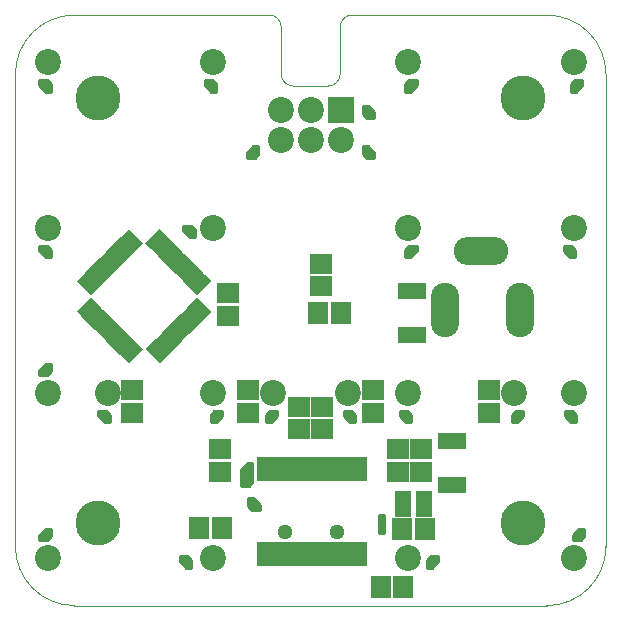
<source format=gbs>
G04 (created by PCBNEW (2013-07-07 BZR 4022)-stable) date 5/17/2016 5:11:25 PM*
%MOIN*%
G04 Gerber Fmt 3.4, Leading zero omitted, Abs format*
%FSLAX34Y34*%
G01*
G70*
G90*
G04 APERTURE LIST*
%ADD10C,0.00393701*%
%ADD11R,0.031748X0.080748*%
%ADD12R,0.074748X0.066948*%
%ADD13R,0.066948X0.074748*%
%ADD14R,0.0866142X0.0866142*%
%ADD15C,0.0866142*%
%ADD16R,0.055748X0.085748*%
%ADD17O,0.0944882X0.181102*%
%ADD18O,0.181102X0.0944882*%
%ADD19C,0.051148*%
%ADD20C,0.149606*%
%ADD21R,0.094448X0.055148*%
%ADD22C,0.00984252*%
G04 APERTURE END LIST*
G54D10*
X49212Y-31496D02*
G75*
G03X47244Y-33464I0J-1968D01*
G74*
G01*
X56102Y-31889D02*
G75*
G03X55708Y-31496I-393J0D01*
G74*
G01*
X56102Y-33464D02*
G75*
G03X56496Y-33858I393J0D01*
G74*
G01*
X57677Y-33858D02*
G75*
G03X58070Y-33464I0J393D01*
G74*
G01*
X58464Y-31496D02*
G75*
G03X58070Y-31889I0J-393D01*
G74*
G01*
X66929Y-33464D02*
G75*
G03X64960Y-31496I-1968J0D01*
G74*
G01*
X64960Y-51181D02*
G75*
G03X66929Y-49212I0J1968D01*
G74*
G01*
X47244Y-49212D02*
G75*
G03X49212Y-51181I1968J0D01*
G74*
G01*
X49212Y-31496D02*
X55708Y-31496D01*
X56102Y-31889D02*
X56102Y-33464D01*
X56496Y-33858D02*
X57677Y-33858D01*
X58070Y-33464D02*
X58070Y-31889D01*
X58464Y-31496D02*
X64960Y-31496D01*
X66929Y-33464D02*
X66929Y-49212D01*
X64960Y-51181D02*
X49212Y-51181D01*
X47244Y-49212D02*
X47244Y-33464D01*
G36*
X51076Y-42216D02*
X50602Y-42689D01*
X50407Y-42494D01*
X50881Y-42021D01*
X51076Y-42216D01*
X51076Y-42216D01*
G37*
G36*
X50936Y-42076D02*
X50463Y-42550D01*
X50268Y-42355D01*
X50742Y-41881D01*
X50936Y-42076D01*
X50936Y-42076D01*
G37*
G36*
X50797Y-41937D02*
X50324Y-42410D01*
X50129Y-42216D01*
X50602Y-41742D01*
X50797Y-41937D01*
X50797Y-41937D01*
G37*
G36*
X50658Y-41798D02*
X50185Y-42272D01*
X49990Y-42077D01*
X50464Y-41604D01*
X50658Y-41798D01*
X50658Y-41798D01*
G37*
G36*
X50519Y-41659D02*
X50046Y-42132D01*
X49851Y-41938D01*
X50324Y-41464D01*
X50519Y-41659D01*
X50519Y-41659D01*
G37*
G36*
X51494Y-42633D02*
X51020Y-43107D01*
X50825Y-42912D01*
X51299Y-42439D01*
X51494Y-42633D01*
X51494Y-42633D01*
G37*
G36*
X51354Y-42494D02*
X50881Y-42968D01*
X50686Y-42773D01*
X51159Y-42299D01*
X51354Y-42494D01*
X51354Y-42494D01*
G37*
G36*
X51215Y-42355D02*
X50742Y-42828D01*
X50547Y-42633D01*
X51020Y-42160D01*
X51215Y-42355D01*
X51215Y-42355D01*
G37*
G36*
X49962Y-40629D02*
X49767Y-40824D01*
X49294Y-40351D01*
X49489Y-40156D01*
X49962Y-40629D01*
X49962Y-40629D01*
G37*
G36*
X50101Y-40490D02*
X49906Y-40685D01*
X49433Y-40212D01*
X49628Y-40017D01*
X50101Y-40490D01*
X50101Y-40490D01*
G37*
G36*
X50241Y-40351D02*
X50046Y-40546D01*
X49572Y-40072D01*
X49767Y-39877D01*
X50241Y-40351D01*
X50241Y-40351D01*
G37*
G36*
X50380Y-40212D02*
X50185Y-40406D01*
X49712Y-39933D01*
X49906Y-39738D01*
X50380Y-40212D01*
X50380Y-40212D01*
G37*
G36*
X50519Y-40072D02*
X50324Y-40267D01*
X49851Y-39794D01*
X50046Y-39599D01*
X50519Y-40072D01*
X50519Y-40072D01*
G37*
G36*
X50658Y-39933D02*
X50464Y-40128D01*
X49990Y-39654D01*
X50185Y-39460D01*
X50658Y-39933D01*
X50658Y-39933D01*
G37*
G36*
X50797Y-39794D02*
X50602Y-39989D01*
X50129Y-39516D01*
X50324Y-39321D01*
X50797Y-39794D01*
X50797Y-39794D01*
G37*
G36*
X50936Y-39655D02*
X50742Y-39850D01*
X50268Y-39376D01*
X50463Y-39182D01*
X50936Y-39655D01*
X50936Y-39655D01*
G37*
G36*
X52245Y-38819D02*
X51771Y-39293D01*
X51576Y-39098D01*
X52050Y-38624D01*
X52245Y-38819D01*
X52245Y-38819D01*
G37*
G36*
X52384Y-38959D02*
X51910Y-39432D01*
X51716Y-39237D01*
X52189Y-38764D01*
X52384Y-38959D01*
X52384Y-38959D01*
G37*
G36*
X52523Y-39098D02*
X52050Y-39571D01*
X51855Y-39376D01*
X52328Y-38903D01*
X52523Y-39098D01*
X52523Y-39098D01*
G37*
G36*
X52662Y-39237D02*
X52189Y-39711D01*
X51994Y-39516D01*
X52468Y-39042D01*
X52662Y-39237D01*
X52662Y-39237D01*
G37*
G36*
X52802Y-39376D02*
X52328Y-39850D01*
X52134Y-39655D01*
X52607Y-39182D01*
X52802Y-39376D01*
X52802Y-39376D01*
G37*
G36*
X52941Y-39516D02*
X52468Y-39989D01*
X52273Y-39794D01*
X52746Y-39321D01*
X52941Y-39516D01*
X52941Y-39516D01*
G37*
G36*
X53080Y-39654D02*
X52606Y-40128D01*
X52411Y-39933D01*
X52885Y-39460D01*
X53080Y-39654D01*
X53080Y-39654D01*
G37*
G36*
X53219Y-39794D02*
X52746Y-40267D01*
X52551Y-40072D01*
X53024Y-39599D01*
X53219Y-39794D01*
X53219Y-39794D01*
G37*
G36*
X53776Y-41380D02*
X53581Y-41575D01*
X53108Y-41102D01*
X53303Y-40907D01*
X53776Y-41380D01*
X53776Y-41380D01*
G37*
G36*
X53637Y-41520D02*
X53442Y-41715D01*
X52969Y-41241D01*
X53163Y-41046D01*
X53637Y-41520D01*
X53637Y-41520D01*
G37*
G36*
X53497Y-41659D02*
X53303Y-41854D01*
X52829Y-41380D01*
X53024Y-41186D01*
X53497Y-41659D01*
X53497Y-41659D01*
G37*
G36*
X53358Y-41798D02*
X53163Y-41993D01*
X52690Y-41520D01*
X52885Y-41325D01*
X53358Y-41798D01*
X53358Y-41798D01*
G37*
G36*
X53219Y-41938D02*
X53024Y-42132D01*
X52551Y-41659D01*
X52746Y-41464D01*
X53219Y-41938D01*
X53219Y-41938D01*
G37*
G36*
X53080Y-42077D02*
X52885Y-42272D01*
X52411Y-41798D01*
X52606Y-41604D01*
X53080Y-42077D01*
X53080Y-42077D01*
G37*
G36*
X52941Y-42216D02*
X52746Y-42410D01*
X52273Y-41937D01*
X52468Y-41742D01*
X52941Y-42216D01*
X52941Y-42216D01*
G37*
G36*
X52802Y-42355D02*
X52607Y-42550D01*
X52134Y-42076D01*
X52328Y-41881D01*
X52802Y-42355D01*
X52802Y-42355D01*
G37*
G36*
X50380Y-41520D02*
X49906Y-41993D01*
X49712Y-41798D01*
X50185Y-41325D01*
X50380Y-41520D01*
X50380Y-41520D01*
G37*
G36*
X50241Y-41380D02*
X49767Y-41854D01*
X49572Y-41659D01*
X50046Y-41186D01*
X50241Y-41380D01*
X50241Y-41380D01*
G37*
G36*
X50101Y-41241D02*
X49628Y-41715D01*
X49433Y-41520D01*
X49906Y-41046D01*
X50101Y-41241D01*
X50101Y-41241D01*
G37*
G36*
X49962Y-41102D02*
X49489Y-41575D01*
X49294Y-41380D01*
X49767Y-40907D01*
X49962Y-41102D01*
X49962Y-41102D01*
G37*
G36*
X51076Y-39516D02*
X50881Y-39711D01*
X50407Y-39237D01*
X50602Y-39042D01*
X51076Y-39516D01*
X51076Y-39516D01*
G37*
G36*
X51215Y-39376D02*
X51020Y-39571D01*
X50547Y-39098D01*
X50742Y-38903D01*
X51215Y-39376D01*
X51215Y-39376D01*
G37*
G36*
X51354Y-39237D02*
X51159Y-39432D01*
X50686Y-38959D01*
X50881Y-38764D01*
X51354Y-39237D01*
X51354Y-39237D01*
G37*
G36*
X51494Y-39098D02*
X51299Y-39293D01*
X50825Y-38819D01*
X51020Y-38624D01*
X51494Y-39098D01*
X51494Y-39098D01*
G37*
G36*
X53358Y-39933D02*
X52885Y-40406D01*
X52690Y-40212D01*
X53163Y-39738D01*
X53358Y-39933D01*
X53358Y-39933D01*
G37*
G36*
X53497Y-40072D02*
X53024Y-40546D01*
X52829Y-40351D01*
X53303Y-39877D01*
X53497Y-40072D01*
X53497Y-40072D01*
G37*
G36*
X53637Y-40212D02*
X53163Y-40685D01*
X52969Y-40490D01*
X53442Y-40017D01*
X53637Y-40212D01*
X53637Y-40212D01*
G37*
G36*
X53776Y-40351D02*
X53303Y-40824D01*
X53108Y-40629D01*
X53581Y-40156D01*
X53776Y-40351D01*
X53776Y-40351D01*
G37*
G36*
X52662Y-42494D02*
X52468Y-42689D01*
X51994Y-42216D01*
X52189Y-42021D01*
X52662Y-42494D01*
X52662Y-42494D01*
G37*
G36*
X52523Y-42633D02*
X52328Y-42828D01*
X51855Y-42355D01*
X52050Y-42160D01*
X52523Y-42633D01*
X52523Y-42633D01*
G37*
G36*
X52384Y-42773D02*
X52189Y-42968D01*
X51716Y-42494D01*
X51910Y-42299D01*
X52384Y-42773D01*
X52384Y-42773D01*
G37*
G36*
X52245Y-42912D02*
X52050Y-43107D01*
X51576Y-42633D01*
X51771Y-42439D01*
X52245Y-42912D01*
X52245Y-42912D01*
G37*
G54D11*
X57253Y-49448D03*
X56997Y-49448D03*
X56741Y-49448D03*
X56485Y-49448D03*
X58021Y-46614D03*
X58021Y-49448D03*
X57765Y-49448D03*
X57509Y-49448D03*
X56229Y-46614D03*
X56485Y-46614D03*
X56741Y-46614D03*
X56997Y-46614D03*
X57253Y-46614D03*
X57509Y-46614D03*
X56229Y-49448D03*
X57765Y-46614D03*
X58277Y-46614D03*
X58532Y-46614D03*
X58788Y-46614D03*
X58788Y-49448D03*
X58532Y-49448D03*
X58277Y-49448D03*
X55973Y-49448D03*
X55718Y-49448D03*
X55462Y-49448D03*
X55462Y-46614D03*
X55718Y-46614D03*
X55973Y-46614D03*
G54D12*
X63031Y-43995D03*
X63031Y-44745D03*
X55000Y-43995D03*
X55000Y-44745D03*
X59173Y-43995D03*
X59173Y-44745D03*
G54D13*
X53365Y-48582D03*
X54115Y-48582D03*
G54D12*
X60000Y-45963D03*
X60000Y-46713D03*
X51141Y-43995D03*
X51141Y-44745D03*
X60748Y-46713D03*
X60748Y-45963D03*
G54D14*
X58086Y-34657D03*
G54D15*
X58086Y-35657D03*
X57086Y-34657D03*
X57086Y-35657D03*
X56086Y-34657D03*
X56086Y-35657D03*
X48318Y-38582D03*
X48318Y-33070D03*
X65854Y-33070D03*
X65854Y-38582D03*
X55830Y-44094D03*
X48318Y-44094D03*
X58342Y-44094D03*
X63854Y-44094D03*
X60342Y-38582D03*
X53830Y-49606D03*
X53830Y-44094D03*
X53830Y-38582D03*
X53830Y-33070D03*
X65854Y-44094D03*
X60342Y-49606D03*
X60342Y-44094D03*
X65854Y-49606D03*
X60342Y-33070D03*
G54D16*
X60161Y-47795D03*
X60861Y-47795D03*
G54D17*
X61574Y-41338D03*
X64055Y-41338D03*
G54D18*
X62755Y-39370D03*
G54D19*
X56221Y-48711D03*
X57952Y-48711D03*
G54D12*
X57480Y-45296D03*
X57480Y-44546D03*
X57440Y-39782D03*
X57440Y-40532D03*
X54330Y-40766D03*
X54330Y-41516D03*
G54D13*
X58091Y-41417D03*
X57341Y-41417D03*
G54D12*
X56692Y-45296D03*
X56692Y-44546D03*
G54D13*
X59428Y-50551D03*
X60178Y-50551D03*
G54D12*
X54055Y-45963D03*
X54055Y-46713D03*
G54D13*
X60886Y-48622D03*
X60136Y-48622D03*
G54D15*
X48318Y-49606D03*
X50318Y-44094D03*
G54D20*
X64173Y-34251D03*
X50000Y-48425D03*
X64173Y-48425D03*
X50000Y-34251D03*
G54D21*
X60472Y-42145D03*
X60472Y-40689D03*
X61811Y-47165D03*
X61811Y-45709D03*
G54D10*
G36*
X48415Y-39557D02*
X48248Y-39557D01*
X48041Y-39349D01*
X48041Y-39183D01*
X48286Y-39183D01*
X48415Y-39311D01*
X48415Y-39557D01*
X48415Y-39557D01*
G37*
G54D22*
X48415Y-39557D02*
X48248Y-39557D01*
X48041Y-39349D01*
X48041Y-39183D01*
X48286Y-39183D01*
X48415Y-39311D01*
X48415Y-39557D01*
G54D10*
G36*
X48415Y-43365D02*
X48286Y-43494D01*
X48041Y-43494D01*
X48041Y-43327D01*
X48248Y-43120D01*
X48415Y-43120D01*
X48415Y-43365D01*
X48415Y-43365D01*
G37*
G54D22*
X48415Y-43365D02*
X48286Y-43494D01*
X48041Y-43494D01*
X48041Y-43327D01*
X48248Y-43120D01*
X48415Y-43120D01*
X48415Y-43365D01*
G54D10*
G36*
X53927Y-34045D02*
X53760Y-34045D01*
X53553Y-33837D01*
X53553Y-33671D01*
X53802Y-33671D01*
X53927Y-33764D01*
X53927Y-34045D01*
X53927Y-34045D01*
G37*
G54D22*
X53927Y-34045D02*
X53760Y-34045D01*
X53553Y-33837D01*
X53553Y-33671D01*
X53802Y-33671D01*
X53927Y-33764D01*
X53927Y-34045D01*
G54D10*
G36*
X60620Y-33837D02*
X60412Y-34045D01*
X60246Y-34045D01*
X60246Y-33799D01*
X60374Y-33671D01*
X60620Y-33671D01*
X60620Y-33837D01*
X60620Y-33837D01*
G37*
G54D22*
X60620Y-33837D02*
X60412Y-34045D01*
X60246Y-34045D01*
X60246Y-33799D01*
X60374Y-33671D01*
X60620Y-33671D01*
X60620Y-33837D01*
G54D10*
G36*
X59202Y-34911D02*
X58957Y-34911D01*
X58828Y-34782D01*
X58828Y-34537D01*
X58995Y-34537D01*
X59202Y-34744D01*
X59202Y-34911D01*
X59202Y-34911D01*
G37*
G54D22*
X59202Y-34911D02*
X58957Y-34911D01*
X58828Y-34782D01*
X58828Y-34537D01*
X58995Y-34537D01*
X59202Y-34744D01*
X59202Y-34911D01*
G54D10*
G36*
X59202Y-36250D02*
X58957Y-36250D01*
X58828Y-36121D01*
X58828Y-35875D01*
X58995Y-35875D01*
X59202Y-36083D01*
X59202Y-36250D01*
X59202Y-36250D01*
G37*
G54D22*
X59202Y-36250D02*
X58957Y-36250D01*
X58828Y-36121D01*
X58828Y-35875D01*
X58995Y-35875D01*
X59202Y-36083D01*
X59202Y-36250D01*
G54D10*
G36*
X55344Y-36121D02*
X55215Y-36250D01*
X54970Y-36250D01*
X54970Y-36083D01*
X55177Y-35875D01*
X55344Y-35875D01*
X55344Y-36121D01*
X55344Y-36121D01*
G37*
G54D22*
X55344Y-36121D02*
X55215Y-36250D01*
X54970Y-36250D01*
X54970Y-36083D01*
X55177Y-35875D01*
X55344Y-35875D01*
X55344Y-36121D01*
G54D10*
G36*
X66131Y-33837D02*
X65924Y-34045D01*
X65757Y-34045D01*
X65757Y-33799D01*
X65886Y-33671D01*
X66131Y-33671D01*
X66131Y-33837D01*
X66131Y-33837D01*
G37*
G54D22*
X66131Y-33837D02*
X65924Y-34045D01*
X65757Y-34045D01*
X65757Y-33799D01*
X65886Y-33671D01*
X66131Y-33671D01*
X66131Y-33837D01*
G54D10*
G36*
X65895Y-39557D02*
X65729Y-39557D01*
X65521Y-39349D01*
X65521Y-39183D01*
X65767Y-39183D01*
X65895Y-39311D01*
X65895Y-39557D01*
X65895Y-39557D01*
G37*
G54D22*
X65895Y-39557D02*
X65729Y-39557D01*
X65521Y-39349D01*
X65521Y-39183D01*
X65767Y-39183D01*
X65895Y-39311D01*
X65895Y-39557D01*
G54D10*
G36*
X65935Y-45068D02*
X65768Y-45068D01*
X65561Y-44861D01*
X65561Y-44694D01*
X65806Y-44694D01*
X65935Y-44823D01*
X65935Y-45068D01*
X65935Y-45068D01*
G37*
G54D22*
X65935Y-45068D02*
X65768Y-45068D01*
X65561Y-44861D01*
X65561Y-44694D01*
X65806Y-44694D01*
X65935Y-44823D01*
X65935Y-45068D01*
G54D10*
G36*
X66210Y-48877D02*
X66081Y-49005D01*
X65836Y-49005D01*
X65836Y-48839D01*
X66044Y-48631D01*
X66210Y-48631D01*
X66210Y-48877D01*
X66210Y-48877D01*
G37*
G54D22*
X66210Y-48877D02*
X66081Y-49005D01*
X65836Y-49005D01*
X65836Y-48839D01*
X66044Y-48631D01*
X66210Y-48631D01*
X66210Y-48877D01*
G54D10*
G36*
X61328Y-49704D02*
X61121Y-49911D01*
X60954Y-49911D01*
X60954Y-49666D01*
X61083Y-49537D01*
X61328Y-49537D01*
X61328Y-49704D01*
X61328Y-49704D01*
G37*
G54D22*
X61328Y-49704D02*
X61121Y-49911D01*
X60954Y-49911D01*
X60954Y-49666D01*
X61083Y-49537D01*
X61328Y-49537D01*
X61328Y-49704D01*
G54D10*
G36*
X64163Y-44861D02*
X63955Y-45068D01*
X63789Y-45068D01*
X63789Y-44823D01*
X63918Y-44694D01*
X64163Y-44694D01*
X64163Y-44861D01*
X64163Y-44861D01*
G37*
G54D22*
X64163Y-44861D02*
X63955Y-45068D01*
X63789Y-45068D01*
X63789Y-44823D01*
X63918Y-44694D01*
X64163Y-44694D01*
X64163Y-44861D01*
G54D10*
G36*
X60620Y-39349D02*
X60412Y-39557D01*
X60246Y-39557D01*
X60246Y-39311D01*
X60374Y-39183D01*
X60620Y-39183D01*
X60620Y-39349D01*
X60620Y-39349D01*
G37*
G54D22*
X60620Y-39349D02*
X60412Y-39557D01*
X60246Y-39557D01*
X60246Y-39311D01*
X60374Y-39183D01*
X60620Y-39183D01*
X60620Y-39349D01*
G54D10*
G36*
X60423Y-45068D02*
X60256Y-45068D01*
X60049Y-44861D01*
X60049Y-44694D01*
X60294Y-44694D01*
X60423Y-44823D01*
X60423Y-45068D01*
X60423Y-45068D01*
G37*
G54D22*
X60423Y-45068D02*
X60256Y-45068D01*
X60049Y-44861D01*
X60049Y-44694D01*
X60294Y-44694D01*
X60423Y-44823D01*
X60423Y-45068D01*
G54D10*
G36*
X58572Y-45068D02*
X58406Y-45068D01*
X58198Y-44861D01*
X58198Y-44694D01*
X58444Y-44694D01*
X58572Y-44823D01*
X58572Y-45068D01*
X58572Y-45068D01*
G37*
G54D22*
X58572Y-45068D02*
X58406Y-45068D01*
X58198Y-44861D01*
X58198Y-44694D01*
X58444Y-44694D01*
X58572Y-44823D01*
X58572Y-45068D01*
G54D10*
G36*
X55974Y-44861D02*
X55767Y-45068D01*
X55600Y-45068D01*
X55600Y-44823D01*
X55729Y-44694D01*
X55974Y-44694D01*
X55974Y-44861D01*
X55974Y-44861D01*
G37*
G54D22*
X55974Y-44861D02*
X55767Y-45068D01*
X55600Y-45068D01*
X55600Y-44823D01*
X55729Y-44694D01*
X55974Y-44694D01*
X55974Y-44861D01*
G54D10*
G36*
X54124Y-44861D02*
X53916Y-45068D01*
X53750Y-45068D01*
X53750Y-44823D01*
X53878Y-44694D01*
X54124Y-44694D01*
X54124Y-44861D01*
X54124Y-44861D01*
G37*
G54D22*
X54124Y-44861D02*
X53916Y-45068D01*
X53750Y-45068D01*
X53750Y-44823D01*
X53878Y-44694D01*
X54124Y-44694D01*
X54124Y-44861D01*
G54D10*
G36*
X50383Y-45068D02*
X50217Y-45068D01*
X50009Y-44861D01*
X50009Y-44694D01*
X50255Y-44694D01*
X50383Y-44823D01*
X50383Y-45068D01*
X50383Y-45068D01*
G37*
G54D22*
X50383Y-45068D02*
X50217Y-45068D01*
X50009Y-44861D01*
X50009Y-44694D01*
X50255Y-44694D01*
X50383Y-44823D01*
X50383Y-45068D01*
G54D10*
G36*
X48415Y-48877D02*
X48286Y-49005D01*
X48041Y-49005D01*
X48041Y-48839D01*
X48248Y-48631D01*
X48415Y-48631D01*
X48415Y-48877D01*
X48415Y-48877D01*
G37*
G54D22*
X48415Y-48877D02*
X48286Y-49005D01*
X48041Y-49005D01*
X48041Y-48839D01*
X48248Y-48631D01*
X48415Y-48631D01*
X48415Y-48877D01*
G54D10*
G36*
X53100Y-49911D02*
X52933Y-49911D01*
X52726Y-49704D01*
X52726Y-49537D01*
X52971Y-49537D01*
X53100Y-49666D01*
X53100Y-49911D01*
X53100Y-49911D01*
G37*
G54D22*
X53100Y-49911D02*
X52933Y-49911D01*
X52726Y-49704D01*
X52726Y-49537D01*
X52971Y-49537D01*
X53100Y-49666D01*
X53100Y-49911D01*
G54D10*
G36*
X53218Y-38887D02*
X53051Y-38887D01*
X52844Y-38680D01*
X52844Y-38513D01*
X53089Y-38513D01*
X53218Y-38642D01*
X53218Y-38887D01*
X53218Y-38887D01*
G37*
G54D22*
X53218Y-38887D02*
X53051Y-38887D01*
X52844Y-38680D01*
X52844Y-38513D01*
X53089Y-38513D01*
X53218Y-38642D01*
X53218Y-38887D01*
G54D10*
G36*
X59517Y-48769D02*
X59379Y-48769D01*
X59379Y-48159D01*
X59517Y-48159D01*
X59517Y-48769D01*
X59517Y-48769D01*
G37*
G54D22*
X59517Y-48769D02*
X59379Y-48769D01*
X59379Y-48159D01*
X59517Y-48159D01*
X59517Y-48769D01*
G54D10*
G36*
X55147Y-47066D02*
X55018Y-47194D01*
X54773Y-47194D01*
X54773Y-46634D01*
X54981Y-46427D01*
X55147Y-46427D01*
X55147Y-47066D01*
X55147Y-47066D01*
G37*
G54D22*
X55147Y-47066D02*
X55018Y-47194D01*
X54773Y-47194D01*
X54773Y-46634D01*
X54981Y-46427D01*
X55147Y-46427D01*
X55147Y-47066D01*
G54D10*
G36*
X48415Y-34045D02*
X48248Y-34045D01*
X48041Y-33837D01*
X48041Y-33671D01*
X48286Y-33671D01*
X48415Y-33799D01*
X48415Y-34045D01*
X48415Y-34045D01*
G37*
G54D22*
X48415Y-34045D02*
X48248Y-34045D01*
X48041Y-33837D01*
X48041Y-33671D01*
X48286Y-33671D01*
X48415Y-33799D01*
X48415Y-34045D01*
G54D10*
G36*
X55383Y-47982D02*
X55138Y-47982D01*
X55009Y-47853D01*
X55009Y-47608D01*
X55176Y-47608D01*
X55383Y-47815D01*
X55383Y-47982D01*
X55383Y-47982D01*
G37*
G54D22*
X55383Y-47982D02*
X55138Y-47982D01*
X55009Y-47853D01*
X55009Y-47608D01*
X55176Y-47608D01*
X55383Y-47815D01*
X55383Y-47982D01*
M02*

</source>
